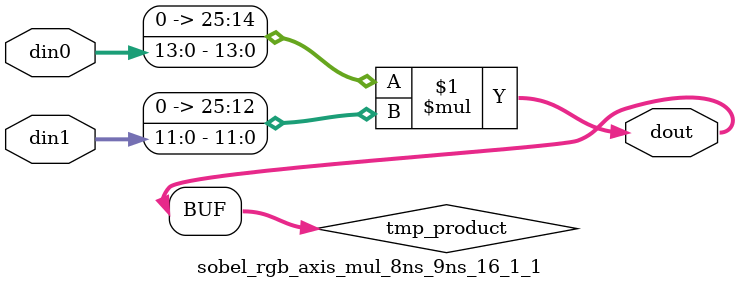
<source format=v>

`timescale 1 ns / 1 ps

 module sobel_rgb_axis_mul_8ns_9ns_16_1_1(din0, din1, dout);
parameter ID = 1;
parameter NUM_STAGE = 0;
parameter din0_WIDTH = 14;
parameter din1_WIDTH = 12;
parameter dout_WIDTH = 26;

input [din0_WIDTH - 1 : 0] din0; 
input [din1_WIDTH - 1 : 0] din1; 
output [dout_WIDTH - 1 : 0] dout;

wire signed [dout_WIDTH - 1 : 0] tmp_product;
























assign tmp_product = $signed({1'b0, din0}) * $signed({1'b0, din1});











assign dout = tmp_product;





















endmodule

</source>
